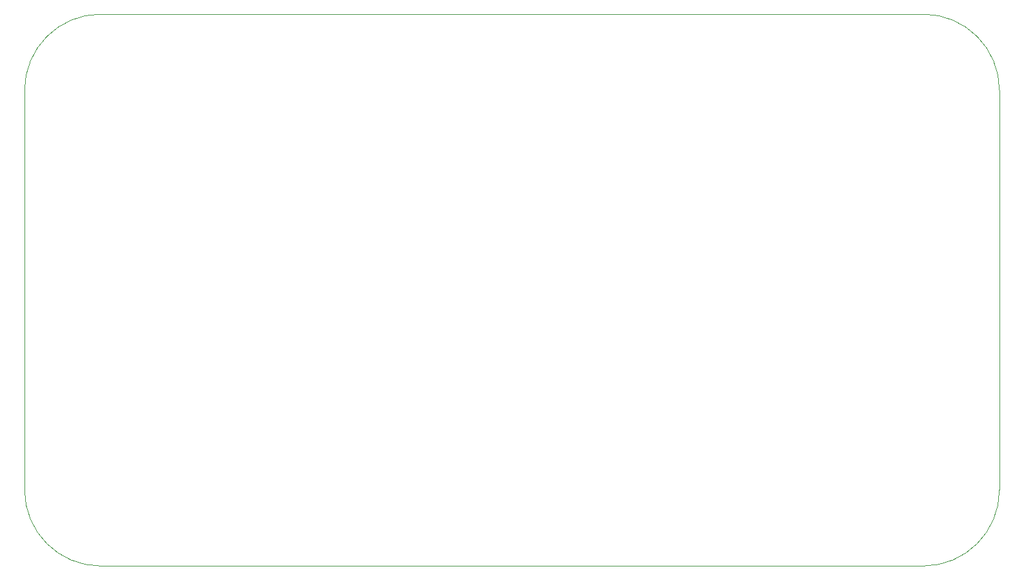
<source format=gbr>
G04 #@! TF.GenerationSoftware,KiCad,Pcbnew,(5.1.6)-1*
G04 #@! TF.CreationDate,2020-12-05T12:47:17+01:00*
G04 #@! TF.ProjectId,Test Stand PCB,54657374-2053-4746-916e-64205043422e,rev?*
G04 #@! TF.SameCoordinates,Original*
G04 #@! TF.FileFunction,Profile,NP*
%FSLAX46Y46*%
G04 Gerber Fmt 4.6, Leading zero omitted, Abs format (unit mm)*
G04 Created by KiCad (PCBNEW (5.1.6)-1) date 2020-12-05 12:47:17*
%MOMM*%
%LPD*%
G01*
G04 APERTURE LIST*
G04 #@! TA.AperFunction,Profile*
%ADD10C,0.050000*%
G04 #@! TD*
G04 APERTURE END LIST*
D10*
X41000000Y-47500000D02*
X41000000Y-100000000D01*
X41000000Y-47500000D02*
G75*
G02*
X51000000Y-37500000I10000000J0D01*
G01*
X51000000Y-110000000D02*
G75*
G02*
X41000000Y-100000000I0J10000000D01*
G01*
X159000000Y-110000000D02*
X51000000Y-110000000D01*
X169000000Y-47500000D02*
X169000000Y-100000000D01*
X169000000Y-100000000D02*
G75*
G02*
X159000000Y-110000000I-10000000J0D01*
G01*
X159000000Y-37500000D02*
G75*
G02*
X169000000Y-47500000I0J-10000000D01*
G01*
X51000000Y-37500000D02*
X159000000Y-37500000D01*
M02*

</source>
